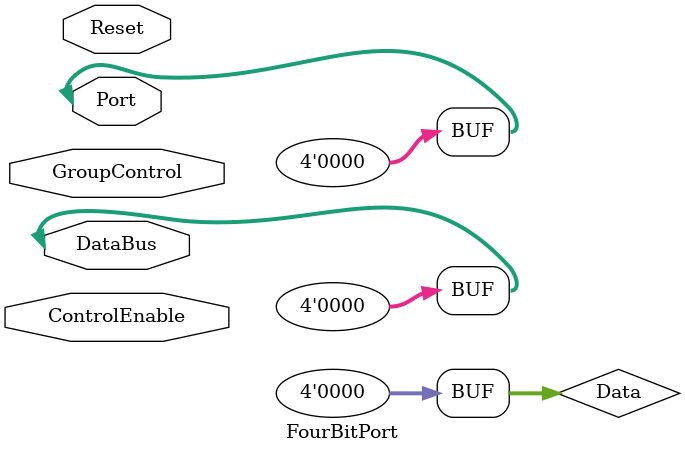
<source format=v>
`timescale 1ns / 1ps
module FourBitPort(
    input ControlEnable,
	 input Reset,
    input [4:0] GroupControl,
    inout [3:0] Port,
    inout [3:0] DataBus
    );
	 
	 reg [3:0] Data;
	 reg [3:0] BSR_Data;

	 assign Port = (GroupControl[0] && ControlEnable)? Data: 4'bz;	           // Output Mode <GControl = 1>
	 assign DataBus = (!GroupControl[0] && ControlEnable)? Data:4'bz;       // Input Mode <GControl = 0>

	always @(DataBus or Port or GroupControl or BSR_Data)
	 begin
	 if (GroupControl[0] && !GroupControl[1]) begin
		Data <= DataBus;
		end
	 else if (GroupControl[0] && GroupControl[1]) begin
		Data <= BSR_Data;
		end
	 else if (!GroupControl[0] && !GroupControl[1]) begin
		Data <= Port;
	   end
	 casex (GroupControl)
	 5'bx001x: BSR_Data[0] <= GroupControl[4];
	 5'bx011x: BSR_Data[1] <= GroupControl[4];
	 5'bx101x: BSR_Data[2] <= GroupControl[4];
	 5'bx111x: BSR_Data[3] <= GroupControl[4];
	 default: BSR_Data <= 4'b0000;
	 endcase
	 
	 end
	 
	 always @(Reset)
	 begin
	 Data <= 4'b0000;
	 end
	
endmodule

</source>
